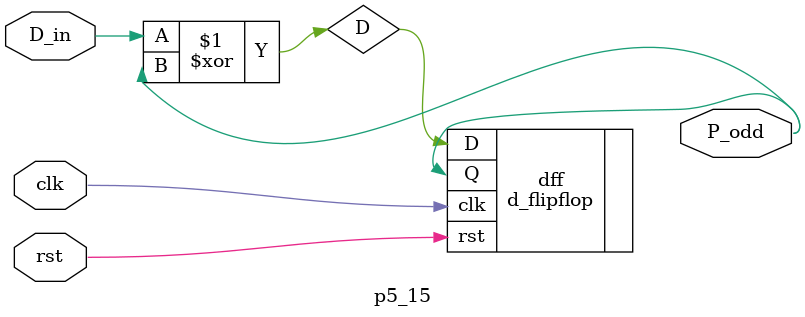
<source format=v>
/* 

From book - Figure P5-15

This module instantiates a rising-edge synchronous reset D flipflop from d_flipflop.v 
*/

module p5_15 (
    output wire P_odd,
    input D_in, clk, rst       
);

    wire D;
    assign D = D_in ^ P_odd; // xor operator

    d_flipflop dff(
        .D(D),
        .Q(P_odd),
        .clk(clk), 
        .rst(rst));

endmodule
</source>
